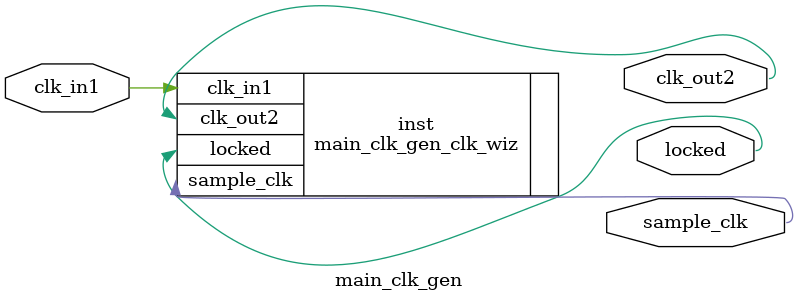
<source format=v>


`timescale 1ps/1ps

(* CORE_GENERATION_INFO = "main_clk_gen,clk_wiz_v5_4_3_0,{component_name=main_clk_gen,use_phase_alignment=true,use_min_o_jitter=false,use_max_i_jitter=false,use_dyn_phase_shift=false,use_inclk_switchover=false,use_dyn_reconfig=false,enable_axi=0,feedback_source=FDBK_AUTO,PRIMITIVE=MMCM,num_out_clk=2,clkin1_period=10.000,clkin2_period=10.000,use_power_down=false,use_reset=false,use_locked=true,use_inclk_stopped=false,feedback_type=SINGLE,CLOCK_MGR_TYPE=NA,manual_override=false}" *)

module main_clk_gen 
 (
  // Clock out ports
  output        sample_clk,
  output        clk_out2,
  // Status and control signals
  output        locked,
 // Clock in ports
  input         clk_in1
 );

  main_clk_gen_clk_wiz inst
  (
  // Clock out ports  
  .sample_clk(sample_clk),
  .clk_out2(clk_out2),
  // Status and control signals               
  .locked(locked),
 // Clock in ports
  .clk_in1(clk_in1)
  );

endmodule

</source>
